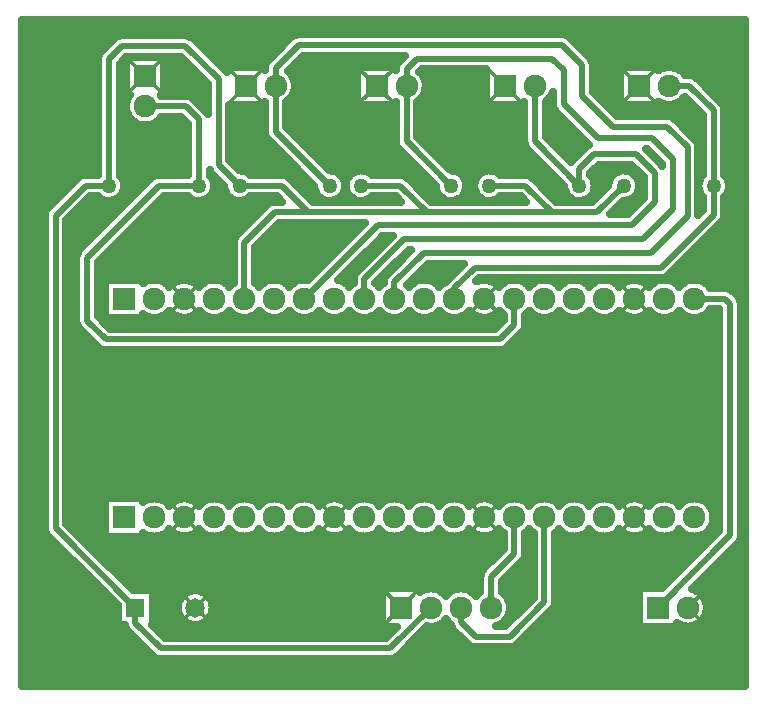
<source format=gbr>
G04 DipTrace 4.2.0.1*
G04 2 - Bottom.gbr*
%MOIN*%
G04 #@! TF.FileFunction,Copper,L2,Bot*
G04 #@! TF.Part,Single*
G04 #@! TA.AperFunction,Conductor*
%ADD13C,0.019685*%
G04 #@! TA.AperFunction,CopperBalancing*
%ADD14C,0.025*%
%ADD15C,0.012992*%
G04 #@! TA.AperFunction,ComponentPad*
%ADD16R,0.075591X0.075591*%
%ADD17C,0.075591*%
%ADD19R,0.064961X0.064961*%
%ADD20C,0.064961*%
%ADD21C,0.05*%
%ADD22C,0.05*%
%FSLAX26Y26*%
G04*
G70*
G90*
G75*
G01*
G04 Bottom*
%LPD*%
X1277789Y2433953D2*
D13*
Y2280625D1*
X1457374Y2101039D1*
X1277789Y2433953D2*
Y2493075D1*
X1355298Y2570584D1*
X2230687D1*
X2299203Y2502068D1*
Y2400214D1*
X2401810Y2297608D1*
X2582413D1*
X2650966Y2229055D1*
Y1999475D1*
X2528523Y1877032D1*
X1770669D1*
X1673197Y1779560D1*
Y1724434D1*
X1173197D2*
Y1911346D1*
X1274131Y2012281D1*
X1386801D1*
X1781256D1*
X2197978D1*
X2348448D1*
X2437206Y2101039D1*
X1157374D2*
X1298042D1*
X1386801Y2012281D1*
X1562291Y2101039D2*
X1692497D1*
X1781256Y2012281D1*
X1990270Y2101039D2*
X2109219D1*
X2197978Y2012281D1*
X809302Y694866D2*
Y643667D1*
X894349Y558619D1*
X1659302D1*
X1795549Y694866D1*
X721425Y2101039D2*
X644042D1*
X544042Y2001039D1*
Y960126D1*
X809302Y694866D1*
X721425Y2101039D2*
Y2521853D1*
X766161Y2566589D1*
X976853D1*
X1087970Y2455472D1*
Y2170444D1*
X1157374Y2101039D1*
X1714063Y2433953D2*
Y2249268D1*
X1862291Y2101039D1*
X1714063Y2433953D2*
Y2489327D1*
X1749175Y2524438D1*
X2199422D1*
X2238089Y2485771D1*
Y2372557D1*
X2350981Y2259666D1*
X2531584D1*
X2601988Y2189261D1*
Y2023963D1*
X2500973Y1922948D1*
X1706579D1*
X1573197Y1789566D1*
Y1724434D1*
X2142042Y2433953D2*
Y2249268D1*
X2290270Y2101039D1*
Y2156969D1*
X2339946Y2206644D1*
X2477468D1*
X2540767Y2143345D1*
Y2045391D1*
X2466275Y1970899D1*
X1619662D1*
X1373197Y1724434D1*
X2588978Y2433953D2*
X2655999D1*
X2737206Y2352745D1*
Y2101039D1*
Y2004615D1*
X2560645Y1828055D1*
X1941703D1*
X1873197Y1759548D1*
Y1724434D1*
X843150Y2365980D2*
X978238D1*
X1021425Y2322793D1*
Y2101039D1*
X889101D1*
X648477Y1860415D1*
Y1651183D1*
X710898Y1588761D1*
X2024278D1*
X2073197Y1637680D1*
Y1724434D1*
X2673197D2*
X2775205D1*
X2792356Y1707283D1*
Y935462D1*
X2551760Y694866D1*
X1895549D2*
Y646925D1*
X1944415Y598059D1*
X2057802D1*
X2173197Y713454D1*
Y995368D1*
X1995549Y694866D2*
Y797089D1*
X2073197Y874738D1*
Y995368D1*
X434694Y2628245D2*
D14*
X2838025D1*
X434694Y2603377D2*
X1338515D1*
X2247473D2*
X2838025D1*
X434694Y2578508D2*
X725003D1*
X1018009D2*
X1310130D1*
X2275840D2*
X2838025D1*
X434694Y2553639D2*
X700135D1*
X1042895D2*
X1285263D1*
X2300708D2*
X2838025D1*
X434694Y2528770D2*
X683826D1*
X909370D2*
X961587D1*
X1067763D2*
X1260395D1*
X1366570D2*
X1700425D1*
X2325593D2*
X2838025D1*
X434694Y2503902D2*
X683162D1*
X759697D2*
X776927D1*
X909370D2*
X986455D1*
X1092631D2*
X1241197D1*
X1341703D2*
X1678894D1*
X2337417D2*
X2838025D1*
X434694Y2479033D2*
X683162D1*
X759697D2*
X776927D1*
X909370D2*
X1011323D1*
X1325322D2*
X1547845D1*
X1761601D2*
X1975818D1*
X2337471D2*
X2422756D1*
X2636512D2*
X2838025D1*
X434694Y2454164D2*
X683162D1*
X759697D2*
X776927D1*
X909370D2*
X1036191D1*
X1340716D2*
X1547845D1*
X1776996D2*
X1975818D1*
X2337471D2*
X2422756D1*
X2688867D2*
X2838025D1*
X434694Y2429295D2*
X683162D1*
X759697D2*
X776927D1*
X909370D2*
X1049701D1*
X1343838D2*
X1547845D1*
X1780118D2*
X1975818D1*
X2337471D2*
X2422756D1*
X2713735D2*
X2838025D1*
X434694Y2404427D2*
X683162D1*
X759697D2*
X776927D1*
X909370D2*
X1049701D1*
X1336751D2*
X1547845D1*
X1773031D2*
X1975818D1*
X2348075D2*
X2422756D1*
X2738602D2*
X2838025D1*
X434694Y2379558D2*
X683162D1*
X759697D2*
X778399D1*
X1017740D2*
X1049701D1*
X1316063D2*
X1547845D1*
X1752325D2*
X1975818D1*
X2180316D2*
X2199825D1*
X2372942D2*
X2422756D1*
X2624670D2*
X2657313D1*
X2763470D2*
X2838025D1*
X434694Y2354689D2*
X683162D1*
X759697D2*
X777932D1*
X1126236D2*
X1239528D1*
X1316063D2*
X1675790D1*
X1752325D2*
X2103781D1*
X2180316D2*
X2204598D1*
X2397810D2*
X2682180D1*
X2775419D2*
X2838025D1*
X434694Y2329820D2*
X683162D1*
X759697D2*
X788177D1*
X898120D2*
X961318D1*
X1126236D2*
X1239528D1*
X1316063D2*
X1675790D1*
X1752325D2*
X2103781D1*
X2180316D2*
X2227743D1*
X2600466D2*
X2698938D1*
X2775473D2*
X2838025D1*
X434694Y2304951D2*
X683162D1*
X759697D2*
X822321D1*
X863977D2*
X983154D1*
X1126236D2*
X1239528D1*
X1316063D2*
X1675790D1*
X1752325D2*
X2103781D1*
X2180316D2*
X2252611D1*
X2628151D2*
X2698938D1*
X2775473D2*
X2838025D1*
X434694Y2280083D2*
X683162D1*
X759697D2*
X983154D1*
X1126236D2*
X1239528D1*
X1331422D2*
X1675790D1*
X1752325D2*
X2103781D1*
X2180316D2*
X2277478D1*
X2653019D2*
X2698938D1*
X2775473D2*
X2838025D1*
X434694Y2255214D2*
X683162D1*
X759697D2*
X983154D1*
X1126236D2*
X1250114D1*
X1356290D2*
X1675790D1*
X1761207D2*
X2103781D1*
X2189180D2*
X2302346D1*
X2677886D2*
X2698938D1*
X2775473D2*
X2838025D1*
X434694Y2230345D2*
X683162D1*
X759697D2*
X983154D1*
X1126236D2*
X1274982D1*
X1381157D2*
X1681209D1*
X1786075D2*
X2109182D1*
X2214047D2*
X2310564D1*
X2689208D2*
X2698938D1*
X2775473D2*
X2838025D1*
X434694Y2205476D2*
X683162D1*
X759697D2*
X983154D1*
X1126236D2*
X1299850D1*
X1406025D2*
X1704767D1*
X1810942D2*
X2132757D1*
X2238915D2*
X2285696D1*
X2689226D2*
X2698938D1*
X2775473D2*
X2838025D1*
X434694Y2180608D2*
X683162D1*
X759697D2*
X983154D1*
X1130883D2*
X1324717D1*
X1430893D2*
X1729635D1*
X1835810D2*
X2157625D1*
X2689226D2*
X2698938D1*
X2775473D2*
X2838025D1*
X434694Y2155739D2*
X683162D1*
X759697D2*
X983154D1*
X1155751D2*
X1349585D1*
X1455761D2*
X1754502D1*
X1860678D2*
X2182493D1*
X2342118D2*
X2475290D1*
X2689226D2*
X2698938D1*
X2775473D2*
X2838025D1*
X434694Y2130870D2*
X621800D1*
X765205D2*
X866871D1*
X1065197D2*
X1074461D1*
X1320280D2*
X1374453D1*
X1501154D2*
X1518510D1*
X1714737D2*
X1779370D1*
X1906071D2*
X1946501D1*
X2131460D2*
X2207361D1*
X2334044D2*
X2393438D1*
X2480972D2*
X2500158D1*
X2780982D2*
X2838025D1*
X434694Y2106001D2*
X595927D1*
X774607D2*
X840981D1*
X1074617D2*
X1099329D1*
X1346170D2*
X1399321D1*
X1740627D2*
X1804238D1*
X1915473D2*
X1937081D1*
X2157332D2*
X2232228D1*
X2343446D2*
X2384019D1*
X2490391D2*
X2502508D1*
X2790383D2*
X2838025D1*
X434694Y2081133D2*
X571060D1*
X770803D2*
X816113D1*
X1070795D2*
X1107995D1*
X1371038D2*
X1408005D1*
X1765495D2*
X1812922D1*
X1911669D2*
X1940903D1*
X2182218D2*
X2240894D1*
X2339642D2*
X2364210D1*
X2486588D2*
X2502508D1*
X2786579D2*
X2838025D1*
X434694Y2056264D2*
X546192D1*
X652350D2*
X694663D1*
X748178D2*
X791245D1*
X897403D2*
X994673D1*
X1048188D2*
X1130620D1*
X1184135D2*
X1289730D1*
X1395906D2*
X1430612D1*
X1484127D2*
X1535537D1*
X1589052D2*
X1684187D1*
X1790363D2*
X1835529D1*
X1889044D2*
X1963510D1*
X2017025D2*
X2100910D1*
X2207086D2*
X2263519D1*
X2317035D2*
X2339343D1*
X2463963D2*
X2498561D1*
X2689226D2*
X2698938D1*
X2775473D2*
X2838025D1*
X434694Y2031395D2*
X521306D1*
X627482D2*
X766377D1*
X872535D2*
X1240156D1*
X2420650D2*
X2473693D1*
X2689226D2*
X2698938D1*
X2775473D2*
X2838025D1*
X434694Y2006526D2*
X506199D1*
X602614D2*
X741510D1*
X847667D2*
X1215289D1*
X2775473D2*
X2838025D1*
X434694Y1981658D2*
X505768D1*
X582304D2*
X716642D1*
X822799D2*
X1190421D1*
X2767130D2*
X2838025D1*
X434694Y1956789D2*
X505768D1*
X582304D2*
X691774D1*
X797932D2*
X1165553D1*
X1271729D2*
X1552474D1*
X2742460D2*
X2838025D1*
X434694Y1931920D2*
X505768D1*
X582304D2*
X666906D1*
X773064D2*
X1141439D1*
X1246861D2*
X1527607D1*
X1633764D2*
X1662459D1*
X2717592D2*
X2838025D1*
X434694Y1907051D2*
X505768D1*
X582304D2*
X642021D1*
X748196D2*
X1134926D1*
X1221993D2*
X1502739D1*
X1608896D2*
X1637592D1*
X2692724D2*
X2838025D1*
X434694Y1882182D2*
X505768D1*
X582304D2*
X617602D1*
X723328D2*
X1134926D1*
X1211461D2*
X1477853D1*
X1584029D2*
X1612724D1*
X2667857D2*
X2838025D1*
X434694Y1857314D2*
X505768D1*
X582304D2*
X610209D1*
X698461D2*
X1134926D1*
X1211461D2*
X1452985D1*
X1559161D2*
X1587856D1*
X2642989D2*
X2838025D1*
X434694Y1832445D2*
X505768D1*
X582304D2*
X610209D1*
X686745D2*
X1134926D1*
X1211461D2*
X1428118D1*
X1534293D2*
X1562988D1*
X1779167D2*
X1893015D1*
X2618121D2*
X2838025D1*
X434694Y1807576D2*
X505768D1*
X582304D2*
X610209D1*
X686745D2*
X1134926D1*
X1211461D2*
X1403250D1*
X1509425D2*
X1539789D1*
X1754299D2*
X1868147D1*
X2593253D2*
X2838025D1*
X434694Y1782707D2*
X505768D1*
X582304D2*
X610209D1*
X686745D2*
X706971D1*
X901475D2*
X944919D1*
X1001467D2*
X1044910D1*
X1101476D2*
X1134926D1*
X1211461D2*
X1244911D1*
X1301477D2*
X1344920D1*
X1501477D2*
X1534927D1*
X1619428D2*
X1635062D1*
X1729431D2*
X1744921D1*
X1801469D2*
X1843441D1*
X2001469D2*
X2044913D1*
X2101479D2*
X2144922D1*
X2201470D2*
X2244913D1*
X2301479D2*
X2344923D1*
X2401470D2*
X2444914D1*
X2501480D2*
X2544923D1*
X2601471D2*
X2644915D1*
X2701480D2*
X2838025D1*
X434694Y1757839D2*
X505768D1*
X582304D2*
X610209D1*
X686745D2*
X706971D1*
X2790491D2*
X2838025D1*
X434694Y1732970D2*
X505768D1*
X582304D2*
X610209D1*
X686745D2*
X706971D1*
X2819754D2*
X2838025D1*
X434694Y1708101D2*
X505768D1*
X582304D2*
X610209D1*
X686745D2*
X706971D1*
X434694Y1683232D2*
X505768D1*
X582304D2*
X610209D1*
X686745D2*
X706971D1*
X2724302D2*
X2754092D1*
X434694Y1658364D2*
X505768D1*
X582304D2*
X610209D1*
X694388D2*
X2034937D1*
X2111472D2*
X2754092D1*
X434694Y1633495D2*
X505768D1*
X582304D2*
X614892D1*
X719256D2*
X2015937D1*
X2111221D2*
X2754092D1*
X434694Y1608626D2*
X505768D1*
X582304D2*
X637948D1*
X2097226D2*
X2754092D1*
X434694Y1583757D2*
X505768D1*
X582304D2*
X662816D1*
X2072359D2*
X2754092D1*
X434694Y1558888D2*
X505768D1*
X582304D2*
X688724D1*
X2046450D2*
X2754092D1*
X434694Y1534020D2*
X505768D1*
X582304D2*
X2754092D1*
X434694Y1509151D2*
X505768D1*
X582304D2*
X2754092D1*
X434694Y1484282D2*
X505768D1*
X582304D2*
X2754092D1*
X434694Y1459413D2*
X505768D1*
X582304D2*
X2754092D1*
X434694Y1434545D2*
X505768D1*
X582304D2*
X2754092D1*
X434694Y1409676D2*
X505768D1*
X582304D2*
X2754092D1*
X434694Y1384807D2*
X505768D1*
X582304D2*
X2754092D1*
X434694Y1359938D2*
X505768D1*
X582304D2*
X2754092D1*
X434694Y1335070D2*
X505768D1*
X582304D2*
X2754092D1*
X434694Y1310201D2*
X505768D1*
X582304D2*
X2754092D1*
X434694Y1285332D2*
X505768D1*
X582304D2*
X2754092D1*
X434694Y1260463D2*
X505768D1*
X582304D2*
X2754092D1*
X434694Y1235595D2*
X505768D1*
X582304D2*
X2754092D1*
X434694Y1210726D2*
X505768D1*
X582304D2*
X2754092D1*
X434694Y1185857D2*
X505768D1*
X582304D2*
X2754092D1*
X434694Y1160988D2*
X505768D1*
X582304D2*
X2754092D1*
X434694Y1136119D2*
X505768D1*
X582304D2*
X2754092D1*
X434694Y1111251D2*
X505768D1*
X582304D2*
X2754092D1*
X434694Y1086382D2*
X505768D1*
X582304D2*
X2754092D1*
X434694Y1061513D2*
X505768D1*
X582304D2*
X2754092D1*
X434694Y1036644D2*
X505768D1*
X582304D2*
X706971D1*
X2724249D2*
X2754092D1*
X434694Y1011776D2*
X505768D1*
X582304D2*
X706971D1*
X2737275D2*
X2754092D1*
X434694Y986907D2*
X505768D1*
X582304D2*
X706971D1*
X2738853D2*
X2754092D1*
X434694Y962038D2*
X505768D1*
X595222D2*
X706971D1*
X2730008D2*
X2754092D1*
X434694Y937169D2*
X514112D1*
X620090D2*
X706971D1*
X901637D2*
X944758D1*
X1001646D2*
X1044749D1*
X1101637D2*
X1144758D1*
X1201647D2*
X1244749D1*
X1301638D2*
X1344759D1*
X1401647D2*
X1444750D1*
X1501638D2*
X1544759D1*
X1601648D2*
X1644750D1*
X1701639D2*
X1744760D1*
X1801648D2*
X1844751D1*
X1901640D2*
X1944742D1*
X2001649D2*
X2034937D1*
X2111472D2*
X2134928D1*
X2211464D2*
X2244752D1*
X2301641D2*
X2344743D1*
X2401650D2*
X2444753D1*
X2501641D2*
X2544744D1*
X2601650D2*
X2644753D1*
X2701642D2*
X2740976D1*
X434694Y912301D2*
X538782D1*
X644957D2*
X2034937D1*
X2111472D2*
X2134928D1*
X2211464D2*
X2716109D1*
X2822105D2*
X2838025D1*
X434694Y887432D2*
X563650D1*
X669825D2*
X2032802D1*
X2111472D2*
X2134928D1*
X2211464D2*
X2691241D1*
X2797416D2*
X2838025D1*
X434694Y862563D2*
X588517D1*
X694693D2*
X2007934D1*
X2109337D2*
X2134928D1*
X2211464D2*
X2666373D1*
X2772549D2*
X2838025D1*
X434694Y837694D2*
X613385D1*
X719561D2*
X1983067D1*
X2089242D2*
X2134928D1*
X2211464D2*
X2641506D1*
X2747663D2*
X2838025D1*
X434694Y812825D2*
X638253D1*
X744428D2*
X1960926D1*
X2064374D2*
X2134928D1*
X2211464D2*
X2616638D1*
X2722795D2*
X2838025D1*
X434694Y787957D2*
X663121D1*
X769296D2*
X1957284D1*
X2039507D2*
X2134928D1*
X2211464D2*
X2591770D1*
X2697928D2*
X2838025D1*
X434694Y763088D2*
X687988D1*
X794164D2*
X1957284D1*
X2033819D2*
X2134928D1*
X2211464D2*
X2566902D1*
X2673060D2*
X2838025D1*
X434694Y738219D2*
X712874D1*
X870202D2*
X967670D1*
X1050933D2*
X1629320D1*
X2044746D2*
X2134928D1*
X2211464D2*
X2485535D1*
X2700960D2*
X2838025D1*
X434694Y713350D2*
X737742D1*
X870202D2*
X951396D1*
X1067207D2*
X1629320D1*
X2059028D2*
X2120019D1*
X2211464D2*
X2485535D1*
X2715242D2*
X2838025D1*
X434694Y688482D2*
X748399D1*
X870202D2*
X948741D1*
X1069862D2*
X1629320D1*
X2061450D2*
X2095133D1*
X2201308D2*
X2485535D1*
X2717664D2*
X2838025D1*
X434694Y663613D2*
X748399D1*
X870202D2*
X957461D1*
X1061142D2*
X1629320D1*
X2053573D2*
X2070265D1*
X2176441D2*
X2485535D1*
X2709787D2*
X2838025D1*
X434694Y638744D2*
X748399D1*
X870202D2*
X990636D1*
X1027967D2*
X1629320D1*
X1828220D2*
X1858226D1*
X2028221D2*
X2045397D1*
X2151573D2*
X2485535D1*
X2684435D2*
X2838025D1*
X434694Y613875D2*
X786006D1*
X892181D2*
X1661473D1*
X1767648D2*
X1875522D1*
X2126705D2*
X2838025D1*
X434694Y589007D2*
X810874D1*
X1742780D2*
X1900389D1*
X2101837D2*
X2838025D1*
X434694Y564138D2*
X835741D1*
X1717895D2*
X1930568D1*
X2071641D2*
X2838025D1*
X434694Y539269D2*
X860609D1*
X1693027D2*
X2838025D1*
X434694Y514400D2*
X2838025D1*
X434694Y489532D2*
X2838025D1*
X434694Y464663D2*
X2838025D1*
X434694Y439794D2*
X2838025D1*
X2123103Y955981D2*
X2121296Y953574D1*
X2114859Y947155D1*
X2108961Y942752D1*
X2108965Y874738D1*
X2107791Y865652D1*
X2104349Y857162D1*
X2098855Y849820D1*
X2031317Y782274D1*
X2031316Y747600D1*
X2037342Y742966D1*
X2043762Y736528D1*
X2049201Y729243D1*
X2053547Y721257D1*
X2056712Y712735D1*
X2058633Y703848D1*
X2059269Y694866D1*
X2058608Y685712D1*
X2056663Y676830D1*
X2053475Y668317D1*
X2049106Y660343D1*
X2043648Y653072D1*
X2037211Y646652D1*
X2029925Y641214D1*
X2021940Y636868D1*
X2013758Y633829D1*
X2042991Y633827D1*
X2137429Y728270D1*
Y942638D1*
X2131403Y947269D1*
X2124983Y953706D1*
X2123289Y955976D1*
X1386861Y1976513D2*
X1574694Y1976514D1*
X1385083Y1786895D1*
X1382351Y1787493D1*
X1373284Y1788154D1*
X1364215Y1787518D1*
X1355328Y1785598D1*
X1346806Y1782432D1*
X1338820Y1778086D1*
X1331535Y1772648D1*
X1325097Y1766228D1*
X1323105Y1763826D1*
X1321411Y1766096D1*
X1314991Y1772534D1*
X1307720Y1777992D1*
X1299746Y1782360D1*
X1291233Y1785549D1*
X1282351Y1787493D1*
X1273284Y1788154D1*
X1264215Y1787518D1*
X1255328Y1785598D1*
X1246806Y1782432D1*
X1238820Y1778086D1*
X1231535Y1772648D1*
X1225097Y1766228D1*
X1223105Y1763826D1*
X1221411Y1766096D1*
X1214991Y1772534D1*
X1208963Y1777059D1*
X1208968Y1896534D1*
X1288948Y1976513D1*
X1386736D1*
X1486037Y1786686D2*
X1491233Y1785549D1*
X1499746Y1782360D1*
X1507720Y1777992D1*
X1514991Y1772534D1*
X1521411Y1766096D1*
X1523105Y1763826D1*
X1525097Y1766228D1*
X1531535Y1772648D1*
X1537433Y1777050D1*
X1537429Y1789566D1*
X1538602Y1798651D1*
X1542045Y1807141D1*
X1547538Y1814483D1*
X1668183Y1935135D1*
X1634473Y1935131D1*
X1486167Y1786821D1*
X1610283Y1776068D2*
X1614991Y1772534D1*
X1621411Y1766096D1*
X1623105Y1763826D1*
X1625097Y1766228D1*
X1631535Y1772648D1*
X1637433Y1777050D1*
X1637429Y1779560D1*
X1638602Y1788646D1*
X1642045Y1797135D1*
X1647538Y1804478D1*
X1730240Y1887186D1*
X1721401Y1887180D1*
X1610388Y1776174D1*
X1715875Y1771647D2*
X1721411Y1766096D1*
X1723105Y1763826D1*
X1725097Y1766228D1*
X1731535Y1772648D1*
X1738820Y1778086D1*
X1746806Y1782432D1*
X1755328Y1785598D1*
X1764215Y1787518D1*
X1773284Y1788154D1*
X1782351Y1787493D1*
X1791233Y1785549D1*
X1799746Y1782360D1*
X1807720Y1777992D1*
X1814991Y1772534D1*
X1821411Y1766096D1*
X1823105Y1763826D1*
X1825097Y1766228D1*
X1831535Y1772648D1*
X1838820Y1778086D1*
X1844864Y1781375D1*
X1847538Y1784466D1*
X1904330Y1841265D1*
X1785476Y1841264D1*
X1715922Y1771702D1*
X1305564Y2136006D2*
X1314208Y2132946D1*
X1321782Y2127793D1*
X1323334Y2126331D1*
X1401624Y2048049D1*
X1694905D1*
X1677683Y2065271D1*
X1598271Y2065266D1*
X1594008Y2061197D1*
X1586384Y2056174D1*
X1577986Y2052593D1*
X1569083Y2050569D1*
X1559962Y2050167D1*
X1550916Y2051401D1*
X1542236Y2054230D1*
X1534200Y2058563D1*
X1527067Y2064262D1*
X1521066Y2071142D1*
X1516390Y2078984D1*
X1513190Y2087534D1*
X1511567Y2096519D1*
X1511575Y2105648D1*
X1513213Y2114630D1*
X1516429Y2123175D1*
X1521118Y2131008D1*
X1527131Y2137878D1*
X1534274Y2143565D1*
X1542317Y2147884D1*
X1551003Y2150698D1*
X1560051Y2151915D1*
X1569171Y2151498D1*
X1578070Y2149458D1*
X1586462Y2145863D1*
X1594077Y2140827D1*
X1598269Y2136812D1*
X1692476Y2136807D1*
X1700028Y2136005D1*
X1708663Y2132946D1*
X1716238Y2127793D1*
X1717789Y2126331D1*
X1796066Y2048049D1*
X2111631D1*
X2094405Y2065271D1*
X2026250Y2065266D1*
X2021987Y2061197D1*
X2014363Y2056174D1*
X2005965Y2052593D1*
X1997062Y2050569D1*
X1987941Y2050167D1*
X1978895Y2051401D1*
X1970215Y2054230D1*
X1962179Y2058563D1*
X1955046Y2064262D1*
X1949045Y2071142D1*
X1944369Y2078984D1*
X1941169Y2087534D1*
X1939546Y2096519D1*
X1939554Y2105648D1*
X1941192Y2114630D1*
X1944408Y2123175D1*
X1949097Y2131008D1*
X1955110Y2137878D1*
X1962253Y2143565D1*
X1970296Y2147884D1*
X1978982Y2150698D1*
X1988030Y2151915D1*
X1997150Y2151498D1*
X2006049Y2149458D1*
X2014441Y2145863D1*
X2022056Y2140827D1*
X2026248Y2136812D1*
X2109197Y2136807D1*
X2116750Y2136005D1*
X2125385Y2132946D1*
X2132959Y2127793D1*
X2134511Y2126331D1*
X2212792Y2048049D1*
X2333632D1*
X2386486Y2100896D1*
X2386490Y2105648D1*
X2388128Y2114630D1*
X2391343Y2123175D1*
X2396033Y2131008D1*
X2402046Y2137878D1*
X2409188Y2143565D1*
X2417232Y2147884D1*
X2425917Y2150698D1*
X2434966Y2151915D1*
X2444086Y2151498D1*
X2452985Y2149458D1*
X2461377Y2145863D1*
X2468992Y2140827D1*
X2475585Y2134512D1*
X2480945Y2127121D1*
X2484900Y2118892D1*
X2487321Y2110089D1*
X2488131Y2101039D1*
X2487305Y2091903D1*
X2484868Y2083104D1*
X2480900Y2074882D1*
X2475527Y2067500D1*
X2468923Y2061197D1*
X2461299Y2056174D1*
X2452901Y2052593D1*
X2443998Y2050569D1*
X2437006Y2050261D1*
X2393414Y2006664D1*
X2451464Y2006667D1*
X2504999Y2060206D1*
Y2128525D1*
X2462654Y2170875D1*
X2354770Y2170877D1*
X2326036Y2142151D1*
X2326042Y2137009D1*
X2328650Y2134512D1*
X2334010Y2127121D1*
X2337964Y2118892D1*
X2340385Y2110089D1*
X2341196Y2101039D1*
X2340369Y2091903D1*
X2337933Y2083104D1*
X2333964Y2074882D1*
X2328592Y2067500D1*
X2321987Y2061197D1*
X2314363Y2056174D1*
X2305965Y2052593D1*
X2297062Y2050569D1*
X2287941Y2050167D1*
X2278895Y2051401D1*
X2270215Y2054230D1*
X2262179Y2058563D1*
X2255046Y2064262D1*
X2249045Y2071142D1*
X2244369Y2078984D1*
X2241169Y2087534D1*
X2239546Y2096519D1*
X2239550Y2101182D1*
X2116750Y2223976D1*
X2111155Y2231230D1*
X2107587Y2239668D1*
X2106279Y2248744D1*
X2106275Y2381329D1*
X2105762Y2381714D1*
X2105763Y2370232D1*
X1978322D1*
Y2488671D1*
X1763996Y2488670D1*
X1756624Y2481311D1*
X1762504Y2475351D1*
X1767902Y2468036D1*
X1772205Y2460026D1*
X1775324Y2451487D1*
X1777195Y2442590D1*
X1777783Y2433953D1*
X1777122Y2424798D1*
X1775178Y2415917D1*
X1771989Y2407403D1*
X1767621Y2399430D1*
X1762163Y2392159D1*
X1755725Y2385739D1*
X1749827Y2381336D1*
X1749831Y2264092D1*
X1855958Y2157956D1*
X1861953Y2151961D1*
X1869171Y2151498D1*
X1878070Y2149458D1*
X1886462Y2145863D1*
X1894077Y2140827D1*
X1900671Y2134512D1*
X1906031Y2127121D1*
X1909985Y2118892D1*
X1912406Y2110089D1*
X1913217Y2101039D1*
X1912390Y2091903D1*
X1909954Y2083104D1*
X1905985Y2074882D1*
X1900613Y2067500D1*
X1894008Y2061197D1*
X1886384Y2056174D1*
X1877986Y2052593D1*
X1869083Y2050569D1*
X1859962Y2050167D1*
X1850916Y2051401D1*
X1842236Y2054230D1*
X1834200Y2058563D1*
X1827067Y2064262D1*
X1821066Y2071142D1*
X1816390Y2078984D1*
X1813190Y2087534D1*
X1811567Y2096519D1*
X1811571Y2101182D1*
X1688771Y2223976D1*
X1683176Y2231230D1*
X1679608Y2239668D1*
X1678300Y2248744D1*
X1678296Y2381329D1*
X1677783Y2381714D1*
Y2370232D1*
X1550343D1*
Y2497673D1*
X1677783D1*
Y2486337D1*
X1678031Y2486369D1*
X1678294Y2486566D1*
X1678295Y2489305D1*
X1679097Y2496858D1*
X1682157Y2505493D1*
X1687310Y2513067D1*
X1688771Y2514618D1*
X1708972Y2534816D1*
X1370115Y2534818D1*
X1318312Y2483007D1*
X1319583Y2482052D1*
X1326002Y2475615D1*
X1331441Y2468329D1*
X1335787Y2460344D1*
X1338953Y2451821D1*
X1340873Y2442935D1*
X1341509Y2433953D1*
X1340848Y2424798D1*
X1338903Y2415917D1*
X1335715Y2407403D1*
X1331347Y2399430D1*
X1325888Y2392159D1*
X1319451Y2385739D1*
X1313553Y2381336D1*
X1313557Y2295435D1*
X1457037Y2151959D1*
X1464254Y2151498D1*
X1473153Y2149458D1*
X1481545Y2145863D1*
X1489160Y2140827D1*
X1495753Y2134512D1*
X1501113Y2127121D1*
X1505068Y2118892D1*
X1507489Y2110089D1*
X1508299Y2101039D1*
X1507473Y2091903D1*
X1505036Y2083104D1*
X1501068Y2074882D1*
X1495695Y2067500D1*
X1489091Y2061197D1*
X1481467Y2056174D1*
X1473069Y2052593D1*
X1464166Y2050569D1*
X1455045Y2050167D1*
X1445999Y2051401D1*
X1437318Y2054230D1*
X1429283Y2058563D1*
X1422150Y2064262D1*
X1416149Y2071142D1*
X1411473Y2078984D1*
X1408272Y2087534D1*
X1406650Y2096519D1*
X1406654Y2101182D1*
X1252497Y2255333D1*
X1246902Y2262587D1*
X1243333Y2271025D1*
X1242026Y2280101D1*
X1242021Y2381213D1*
X1241509Y2381714D1*
Y2370232D1*
X1123740D1*
X1123738Y2185266D1*
X1157036Y2151960D1*
X1164254Y2151498D1*
X1173153Y2149458D1*
X1181545Y2145863D1*
X1189160Y2140827D1*
X1193352Y2136812D1*
X1298020Y2136807D1*
X1305564Y2136006D1*
X2701437Y2064886D2*
X2695981Y2071142D1*
X2691305Y2078984D1*
X2690539Y2080654D1*
X2689834Y2082350D1*
X2689191Y2084071D1*
X2688610Y2085814D1*
X2688093Y2087577D1*
X2687639Y2089357D1*
X2687250Y2091153D1*
X2686926Y2092961D1*
X2686733Y2094313D1*
Y2004731D1*
X2701433Y2019425D1*
X2701438Y2064792D1*
X1057197Y2137009D2*
X1059805Y2134512D1*
X1065165Y2127121D1*
X1069119Y2118892D1*
X1071540Y2110089D1*
X1072350Y2101039D1*
X1071524Y2091903D1*
X1069088Y2083104D1*
X1065119Y2074882D1*
X1059746Y2067500D1*
X1053142Y2061197D1*
X1045518Y2056174D1*
X1037120Y2052593D1*
X1028217Y2050569D1*
X1019096Y2050167D1*
X1010050Y2051401D1*
X1001370Y2054230D1*
X993334Y2058563D1*
X986201Y2064262D1*
X985316Y2065276D1*
X903917Y2065272D1*
X684243Y1845598D1*
X684244Y1666005D1*
X725715Y1624527D1*
X2009454Y1624529D1*
X2037434Y1652500D1*
X2037431Y1671809D1*
X2031403Y1676334D1*
X2024983Y1682772D1*
X2023289Y1685041D1*
X2021122Y1682440D1*
X2019053Y1680190D1*
X2016879Y1678042D1*
X2014605Y1676001D1*
X2012235Y1674072D1*
X2009775Y1672258D1*
X2007232Y1670564D1*
X2004610Y1668995D1*
X2001916Y1667552D1*
X1999155Y1666241D1*
X1996336Y1665063D1*
X1993462Y1664022D1*
X1990543Y1663120D1*
X1987583Y1662359D1*
X1984590Y1661740D1*
X1981571Y1661266D1*
X1978533Y1660937D1*
X1975483Y1660754D1*
X1972427Y1660718D1*
X1969373Y1660828D1*
X1966328Y1661085D1*
X1963298Y1661487D1*
X1960292Y1662034D1*
X1957315Y1662724D1*
X1954375Y1663557D1*
X1951477Y1664529D1*
X1948630Y1665639D1*
X1945840Y1666885D1*
X1943112Y1668263D1*
X1940453Y1669770D1*
X1937870Y1671403D1*
X1935368Y1673157D1*
X1932953Y1675030D1*
X1930631Y1677016D1*
X1928406Y1679112D1*
X1926285Y1681311D1*
X1924271Y1683610D1*
X1923208Y1684949D1*
X1923103Y1685047D1*
X1921296Y1682640D1*
X1914859Y1676220D1*
X1907573Y1670782D1*
X1899588Y1666436D1*
X1891065Y1663270D1*
X1882179Y1661350D1*
X1873110Y1660713D1*
X1864042Y1661374D1*
X1855161Y1663319D1*
X1846647Y1666508D1*
X1838674Y1670876D1*
X1831403Y1676334D1*
X1824983Y1682772D1*
X1823289Y1685041D1*
X1823103Y1685047D1*
X1821296Y1682640D1*
X1814859Y1676220D1*
X1807573Y1670782D1*
X1799588Y1666436D1*
X1791065Y1663270D1*
X1782179Y1661350D1*
X1773110Y1660713D1*
X1764042Y1661374D1*
X1755161Y1663319D1*
X1746647Y1666508D1*
X1738674Y1670876D1*
X1731403Y1676334D1*
X1724983Y1682772D1*
X1723289Y1685041D1*
X1723103Y1685047D1*
X1721296Y1682640D1*
X1714859Y1676220D1*
X1707573Y1670782D1*
X1699588Y1666436D1*
X1691065Y1663270D1*
X1682179Y1661350D1*
X1673110Y1660713D1*
X1664042Y1661374D1*
X1655161Y1663319D1*
X1646647Y1666508D1*
X1638674Y1670876D1*
X1631403Y1676334D1*
X1624983Y1682772D1*
X1623289Y1685041D1*
X1623103Y1685047D1*
X1621296Y1682640D1*
X1614859Y1676220D1*
X1607573Y1670782D1*
X1599588Y1666436D1*
X1591065Y1663270D1*
X1582179Y1661350D1*
X1573110Y1660713D1*
X1564042Y1661374D1*
X1555161Y1663319D1*
X1546647Y1666508D1*
X1538674Y1670876D1*
X1531403Y1676334D1*
X1524983Y1682772D1*
X1523289Y1685041D1*
X1523103Y1685047D1*
X1521296Y1682640D1*
X1514859Y1676220D1*
X1507573Y1670782D1*
X1499588Y1666436D1*
X1491065Y1663270D1*
X1482179Y1661350D1*
X1473110Y1660713D1*
X1464042Y1661374D1*
X1455161Y1663319D1*
X1446647Y1666508D1*
X1438674Y1670876D1*
X1431403Y1676334D1*
X1424983Y1682772D1*
X1423289Y1685041D1*
X1423103Y1685047D1*
X1421296Y1682640D1*
X1414859Y1676220D1*
X1407573Y1670782D1*
X1399588Y1666436D1*
X1391065Y1663270D1*
X1382179Y1661350D1*
X1373110Y1660713D1*
X1364042Y1661374D1*
X1355161Y1663319D1*
X1346647Y1666508D1*
X1338674Y1670876D1*
X1331403Y1676334D1*
X1324983Y1682772D1*
X1323289Y1685041D1*
X1323103Y1685047D1*
X1321296Y1682640D1*
X1314859Y1676220D1*
X1307573Y1670782D1*
X1299588Y1666436D1*
X1291065Y1663270D1*
X1282179Y1661350D1*
X1273110Y1660713D1*
X1264042Y1661374D1*
X1255161Y1663319D1*
X1246647Y1666508D1*
X1238674Y1670876D1*
X1231403Y1676334D1*
X1224983Y1682772D1*
X1223289Y1685041D1*
X1223103Y1685047D1*
X1221296Y1682640D1*
X1214859Y1676220D1*
X1207573Y1670782D1*
X1199588Y1666436D1*
X1191065Y1663270D1*
X1182179Y1661350D1*
X1173110Y1660713D1*
X1164042Y1661374D1*
X1155161Y1663319D1*
X1146647Y1666508D1*
X1138674Y1670876D1*
X1131403Y1676334D1*
X1124983Y1682772D1*
X1123289Y1685041D1*
X1123103Y1685047D1*
X1121296Y1682640D1*
X1114859Y1676220D1*
X1107573Y1670782D1*
X1099588Y1666436D1*
X1091065Y1663270D1*
X1082179Y1661350D1*
X1073110Y1660713D1*
X1064042Y1661374D1*
X1055161Y1663319D1*
X1046647Y1666508D1*
X1038674Y1670876D1*
X1031403Y1676334D1*
X1024983Y1682772D1*
X1023289Y1685041D1*
X1021122Y1682440D1*
X1019053Y1680190D1*
X1016879Y1678042D1*
X1014605Y1676001D1*
X1012235Y1674072D1*
X1009775Y1672258D1*
X1007232Y1670564D1*
X1004610Y1668995D1*
X1001916Y1667552D1*
X999155Y1666241D1*
X996336Y1665063D1*
X993462Y1664022D1*
X990543Y1663120D1*
X987583Y1662359D1*
X984590Y1661740D1*
X981571Y1661266D1*
X978533Y1660937D1*
X975483Y1660754D1*
X972427Y1660718D1*
X969373Y1660828D1*
X966328Y1661085D1*
X963298Y1661487D1*
X960292Y1662034D1*
X957315Y1662724D1*
X954375Y1663557D1*
X951477Y1664529D1*
X948630Y1665639D1*
X945840Y1666885D1*
X943112Y1668263D1*
X940453Y1669770D1*
X937870Y1671403D1*
X935368Y1673157D1*
X932953Y1675030D1*
X930631Y1677016D1*
X928406Y1679112D1*
X926285Y1681311D1*
X924271Y1683610D1*
X923208Y1684949D1*
X923103Y1685047D1*
X921296Y1682640D1*
X914859Y1676220D1*
X907573Y1670782D1*
X899588Y1666436D1*
X891065Y1663270D1*
X882179Y1661350D1*
X873110Y1660713D1*
X864042Y1661374D1*
X855161Y1663319D1*
X846647Y1666508D1*
X838674Y1670876D1*
X836920Y1672193D1*
X836917Y1660713D1*
X709476D1*
Y1788154D1*
X836917D1*
Y1776824D1*
X838820Y1778086D1*
X846806Y1782432D1*
X855328Y1785598D1*
X864215Y1787518D1*
X873284Y1788154D1*
X882351Y1787493D1*
X891233Y1785549D1*
X899746Y1782360D1*
X907720Y1777992D1*
X914991Y1772534D1*
X921411Y1766096D1*
X923105Y1763826D1*
X924279Y1765267D1*
X926293Y1767565D1*
X928415Y1769765D1*
X930640Y1771859D1*
X932962Y1773845D1*
X935378Y1775718D1*
X937880Y1777472D1*
X940464Y1779104D1*
X943122Y1780611D1*
X945850Y1781988D1*
X948641Y1783233D1*
X951488Y1784343D1*
X954386Y1785314D1*
X957326Y1786146D1*
X960303Y1786836D1*
X963310Y1787383D1*
X966339Y1787784D1*
X969385Y1788040D1*
X972439Y1788150D1*
X975494Y1788113D1*
X978545Y1787930D1*
X981583Y1787600D1*
X984602Y1787125D1*
X987594Y1786506D1*
X990554Y1785745D1*
X993474Y1784842D1*
X996346Y1783800D1*
X999166Y1782622D1*
X1001926Y1781310D1*
X1004620Y1779867D1*
X1007242Y1778297D1*
X1009785Y1776603D1*
X1012244Y1774789D1*
X1014613Y1772859D1*
X1016888Y1770817D1*
X1019061Y1768669D1*
X1021129Y1766419D1*
X1023193Y1763933D1*
X1025097Y1766228D1*
X1031535Y1772648D1*
X1038820Y1778086D1*
X1046806Y1782432D1*
X1055328Y1785598D1*
X1064215Y1787518D1*
X1073284Y1788154D1*
X1082351Y1787493D1*
X1091233Y1785549D1*
X1099746Y1782360D1*
X1107720Y1777992D1*
X1114991Y1772534D1*
X1121411Y1766096D1*
X1123105Y1763826D1*
X1125097Y1766228D1*
X1131535Y1772648D1*
X1137433Y1777050D1*
X1137429Y1911326D1*
X1138231Y1918877D1*
X1141291Y1927512D1*
X1146444Y1935087D1*
X1147905Y1936638D1*
X1248822Y2037554D1*
X1254732Y2042331D1*
X1263001Y2046273D1*
X1272001Y2047985D1*
X1274131Y2048049D1*
X1300449D1*
X1283227Y2065271D1*
X1193354Y2065266D1*
X1189091Y2061197D1*
X1181467Y2056174D1*
X1173069Y2052593D1*
X1164166Y2050569D1*
X1155045Y2050167D1*
X1145999Y2051401D1*
X1137318Y2054230D1*
X1129283Y2058563D1*
X1122150Y2064262D1*
X1116149Y2071142D1*
X1111473Y2078984D1*
X1108272Y2087534D1*
X1106650Y2096519D1*
X1106654Y2101182D1*
X1062673Y2145159D1*
X1057197Y2137009D1*
X1678708Y528575D2*
X1670432Y524627D1*
X1661432Y522915D1*
X1659302Y522852D1*
X894349D1*
X885263Y524025D1*
X876774Y527467D1*
X869431Y532961D1*
X784010Y618375D1*
X778415Y625629D1*
X774845Y634075D1*
X774274Y636460D1*
X750896D1*
Y702694D1*
X518750Y934834D1*
X513155Y942089D1*
X509587Y950526D1*
X508279Y959602D1*
X508274Y1529624D1*
Y2001039D1*
X509447Y2010125D1*
X512890Y2018615D1*
X518383Y2025957D1*
X618750Y2126331D1*
X626005Y2131926D1*
X634442Y2135495D1*
X643518Y2136802D1*
X685328Y2136808D1*
X685657Y2137184D1*
Y2521831D1*
X686459Y2529384D1*
X689519Y2538019D1*
X694672Y2545593D1*
X696134Y2547145D1*
X740854Y2591865D1*
X746762Y2596639D1*
X755032Y2600581D1*
X764031Y2602294D1*
X766161Y2602357D1*
X976827D1*
X984384Y2601555D1*
X993019Y2598495D1*
X1000593Y2593342D1*
X1002145Y2591881D1*
X1114068Y2479933D1*
Y2497673D1*
X1241509D1*
Y2486337D1*
X1241756Y2486369D1*
X1242020Y2486566D1*
X1242021Y2493052D1*
X1242823Y2500606D1*
X1245883Y2509241D1*
X1251035Y2516815D1*
X1252497Y2518366D1*
X1329988Y2595858D1*
X1335898Y2600634D1*
X1344168Y2604576D1*
X1353167Y2606288D1*
X1355298Y2606352D1*
X2230663D1*
X2238218Y2605550D1*
X2246853Y2602490D1*
X2254428Y2597337D1*
X2255979Y2595876D1*
X2324482Y2527372D1*
X2329253Y2521468D1*
X2333195Y2513198D1*
X2334908Y2504199D1*
X2334971Y2502068D1*
Y2415021D1*
X2416628Y2333373D1*
X2582395Y2333375D1*
X2589944Y2332574D1*
X2598579Y2329514D1*
X2606153Y2324361D1*
X2607705Y2322899D1*
X2676257Y2254347D1*
X2681852Y2247093D1*
X2685421Y2238655D1*
X2686728Y2229579D1*
X2686733Y2107789D1*
X2686976Y2109424D1*
X2687311Y2111230D1*
X2687711Y2113023D1*
X2688175Y2114801D1*
X2688704Y2116560D1*
X2689295Y2118300D1*
X2689949Y2120017D1*
X2690664Y2121709D1*
X2691440Y2123374D1*
X2692275Y2125010D1*
X2697278Y2132648D1*
X2701433Y2137026D1*
X2701438Y2337938D1*
X2641422Y2397946D1*
X2637077Y2392159D1*
X2630640Y2385739D1*
X2623354Y2380301D1*
X2615369Y2375954D1*
X2606846Y2372789D1*
X2597960Y2370869D1*
X2588891Y2370232D1*
X2579823Y2370893D1*
X2570942Y2372838D1*
X2562428Y2376027D1*
X2554455Y2380395D1*
X2552701Y2381711D1*
X2552698Y2370232D1*
X2425257D1*
Y2497673D1*
X2552698D1*
Y2486337D1*
X2554601Y2487605D1*
X2562586Y2491951D1*
X2571109Y2495117D1*
X2579996Y2497037D1*
X2589065Y2497673D1*
X2598132Y2497012D1*
X2607013Y2495068D1*
X2615527Y2491879D1*
X2623501Y2487511D1*
X2630772Y2482052D1*
X2637191Y2475615D1*
X2641594Y2469717D1*
X2655975Y2469721D1*
X2663529Y2468919D1*
X2672164Y2465859D1*
X2679739Y2460706D1*
X2681290Y2459244D1*
X2762486Y2378049D1*
X2767256Y2372145D1*
X2771198Y2363876D1*
X2772910Y2354876D1*
X2772974Y2352745D1*
X2772980Y2137011D1*
X2776907Y2132933D1*
X2781964Y2125332D1*
X2785582Y2116950D1*
X2787646Y2108056D1*
X2788131Y2101039D1*
X2787305Y2091903D1*
X2784868Y2083104D1*
X2780900Y2074882D1*
X2775527Y2067500D1*
X2772980Y2065069D1*
X2772974Y2004636D1*
X2772172Y1997085D1*
X2769112Y1988450D1*
X2763959Y1980875D1*
X2762498Y1979324D1*
X2585951Y1802778D1*
X2580045Y1798005D1*
X2571775Y1794063D1*
X2562776Y1792350D1*
X2560645Y1792287D1*
X1956520D1*
X1946518Y1782286D1*
X1948641Y1783233D1*
X1951488Y1784343D1*
X1954386Y1785314D1*
X1957326Y1786146D1*
X1960303Y1786836D1*
X1963310Y1787383D1*
X1966339Y1787784D1*
X1969385Y1788040D1*
X1972439Y1788150D1*
X1975494Y1788113D1*
X1978545Y1787930D1*
X1981583Y1787600D1*
X1984602Y1787125D1*
X1987594Y1786506D1*
X1990554Y1785745D1*
X1993474Y1784842D1*
X1996346Y1783800D1*
X1999166Y1782622D1*
X2001926Y1781310D1*
X2004620Y1779867D1*
X2007242Y1778297D1*
X2009785Y1776603D1*
X2012244Y1774789D1*
X2014613Y1772859D1*
X2016888Y1770817D1*
X2019061Y1768669D1*
X2021129Y1766419D1*
X2023193Y1763933D1*
X2025097Y1766228D1*
X2031535Y1772648D1*
X2038820Y1778086D1*
X2046806Y1782432D1*
X2055328Y1785598D1*
X2064215Y1787518D1*
X2073284Y1788154D1*
X2082351Y1787493D1*
X2091233Y1785549D1*
X2099746Y1782360D1*
X2107720Y1777992D1*
X2114991Y1772534D1*
X2121411Y1766096D1*
X2123105Y1763826D1*
X2125097Y1766228D1*
X2131535Y1772648D1*
X2138820Y1778086D1*
X2146806Y1782432D1*
X2155328Y1785598D1*
X2164215Y1787518D1*
X2173284Y1788154D1*
X2182351Y1787493D1*
X2191233Y1785549D1*
X2199746Y1782360D1*
X2207720Y1777992D1*
X2214991Y1772534D1*
X2221411Y1766096D1*
X2223105Y1763826D1*
X2225097Y1766228D1*
X2231535Y1772648D1*
X2238820Y1778086D1*
X2246806Y1782432D1*
X2255328Y1785598D1*
X2264215Y1787518D1*
X2273284Y1788154D1*
X2282351Y1787493D1*
X2291233Y1785549D1*
X2299746Y1782360D1*
X2307720Y1777992D1*
X2314991Y1772534D1*
X2321411Y1766096D1*
X2323105Y1763826D1*
X2325097Y1766228D1*
X2331535Y1772648D1*
X2338820Y1778086D1*
X2346806Y1782432D1*
X2355328Y1785598D1*
X2364215Y1787518D1*
X2373284Y1788154D1*
X2382351Y1787493D1*
X2391233Y1785549D1*
X2399746Y1782360D1*
X2407720Y1777992D1*
X2414991Y1772534D1*
X2421411Y1766096D1*
X2423105Y1763826D1*
X2424279Y1765267D1*
X2426293Y1767565D1*
X2428415Y1769765D1*
X2430640Y1771859D1*
X2432962Y1773845D1*
X2435378Y1775718D1*
X2437880Y1777472D1*
X2440464Y1779104D1*
X2443122Y1780611D1*
X2445850Y1781988D1*
X2448641Y1783233D1*
X2451488Y1784343D1*
X2454386Y1785314D1*
X2457326Y1786146D1*
X2460303Y1786836D1*
X2463310Y1787383D1*
X2466339Y1787784D1*
X2469385Y1788040D1*
X2472439Y1788150D1*
X2475494Y1788113D1*
X2478545Y1787930D1*
X2481583Y1787600D1*
X2484602Y1787125D1*
X2487594Y1786506D1*
X2490554Y1785745D1*
X2493474Y1784842D1*
X2496346Y1783800D1*
X2499166Y1782622D1*
X2501926Y1781310D1*
X2504620Y1779867D1*
X2507242Y1778297D1*
X2509785Y1776603D1*
X2512244Y1774789D1*
X2514613Y1772859D1*
X2516888Y1770817D1*
X2519061Y1768669D1*
X2521129Y1766419D1*
X2523193Y1763933D1*
X2525097Y1766228D1*
X2531535Y1772648D1*
X2538820Y1778086D1*
X2546806Y1782432D1*
X2555328Y1785598D1*
X2564215Y1787518D1*
X2573284Y1788154D1*
X2582351Y1787493D1*
X2591233Y1785549D1*
X2599746Y1782360D1*
X2607720Y1777992D1*
X2614991Y1772534D1*
X2621411Y1766096D1*
X2623105Y1763826D1*
X2625097Y1766228D1*
X2631535Y1772648D1*
X2638820Y1778086D1*
X2646806Y1782432D1*
X2655328Y1785598D1*
X2664215Y1787518D1*
X2673284Y1788154D1*
X2682351Y1787493D1*
X2691233Y1785549D1*
X2699746Y1782360D1*
X2707720Y1777992D1*
X2714991Y1772534D1*
X2721411Y1766096D1*
X2725813Y1760198D1*
X2775184Y1760202D1*
X2782736Y1759400D1*
X2791371Y1756340D1*
X2798946Y1751187D1*
X2800497Y1749726D1*
X2817629Y1732594D1*
X2822405Y1726683D1*
X2826348Y1718414D1*
X2828060Y1709414D1*
X2828123Y1707283D1*
Y935484D1*
X2827322Y927931D1*
X2824262Y919296D1*
X2819109Y911722D1*
X2817647Y910170D1*
X2664717Y757237D1*
X2666157Y756939D1*
X2669117Y756177D1*
X2672037Y755274D1*
X2674909Y754233D1*
X2677729Y753055D1*
X2680489Y751743D1*
X2683183Y750300D1*
X2685805Y748729D1*
X2688348Y747035D1*
X2690807Y745221D1*
X2693176Y743291D1*
X2695451Y741250D1*
X2697624Y739101D1*
X2699692Y736852D1*
X2701650Y734505D1*
X2703493Y732068D1*
X2705217Y729545D1*
X2706819Y726942D1*
X2708293Y724265D1*
X2709638Y721521D1*
X2710849Y718715D1*
X2711924Y715855D1*
X2712862Y712946D1*
X2713658Y709996D1*
X2714312Y707010D1*
X2714823Y703997D1*
X2715188Y700963D1*
X2715407Y697915D1*
X2715480Y694866D1*
X2715407Y691805D1*
X2715187Y688757D1*
X2714821Y685723D1*
X2714310Y682710D1*
X2713655Y679725D1*
X2712858Y676775D1*
X2711921Y673867D1*
X2710845Y671006D1*
X2709633Y668201D1*
X2708288Y665457D1*
X2706813Y662781D1*
X2705211Y660178D1*
X2703486Y657655D1*
X2701643Y655218D1*
X2699685Y652872D1*
X2697616Y650622D1*
X2695442Y648475D1*
X2693168Y646434D1*
X2690798Y644504D1*
X2688338Y642690D1*
X2685795Y640997D1*
X2683173Y639427D1*
X2680479Y637984D1*
X2677718Y636673D1*
X2674899Y635495D1*
X2672025Y634454D1*
X2669106Y633552D1*
X2666146Y632791D1*
X2663153Y632173D1*
X2660134Y631698D1*
X2657096Y631370D1*
X2654046Y631187D1*
X2650990Y631150D1*
X2647936Y631261D1*
X2644891Y631517D1*
X2641861Y631919D1*
X2638855Y632466D1*
X2635878Y633157D1*
X2632938Y633989D1*
X2630040Y634962D1*
X2627193Y636072D1*
X2624403Y637317D1*
X2621675Y638695D1*
X2619016Y640202D1*
X2616433Y641835D1*
X2615483Y642501D1*
X2615480Y631146D1*
X2488040D1*
Y758586D1*
X2564894D1*
X2756592Y950281D1*
X2756588Y1688664D1*
X2725822Y1688668D1*
X2721296Y1682640D1*
X2714859Y1676220D1*
X2707573Y1670782D1*
X2699588Y1666436D1*
X2691065Y1663270D1*
X2682179Y1661350D1*
X2673110Y1660713D1*
X2664042Y1661374D1*
X2655161Y1663319D1*
X2646647Y1666508D1*
X2638674Y1670876D1*
X2631403Y1676334D1*
X2624983Y1682772D1*
X2623289Y1685041D1*
X2623103Y1685047D1*
X2621296Y1682640D1*
X2614859Y1676220D1*
X2607573Y1670782D1*
X2599588Y1666436D1*
X2591065Y1663270D1*
X2582179Y1661350D1*
X2573110Y1660713D1*
X2564042Y1661374D1*
X2555161Y1663319D1*
X2546647Y1666508D1*
X2538674Y1670876D1*
X2531403Y1676334D1*
X2524983Y1682772D1*
X2523289Y1685041D1*
X2521122Y1682440D1*
X2519053Y1680190D1*
X2516879Y1678042D1*
X2514605Y1676001D1*
X2512235Y1674072D1*
X2509775Y1672258D1*
X2507232Y1670564D1*
X2504610Y1668995D1*
X2501916Y1667552D1*
X2499155Y1666241D1*
X2496336Y1665063D1*
X2493462Y1664022D1*
X2490543Y1663120D1*
X2487583Y1662359D1*
X2484590Y1661740D1*
X2481571Y1661266D1*
X2478533Y1660937D1*
X2475483Y1660754D1*
X2472427Y1660718D1*
X2469373Y1660828D1*
X2466328Y1661085D1*
X2463298Y1661487D1*
X2460292Y1662034D1*
X2457315Y1662724D1*
X2454375Y1663557D1*
X2451477Y1664529D1*
X2448630Y1665639D1*
X2445840Y1666885D1*
X2443112Y1668263D1*
X2440453Y1669770D1*
X2437870Y1671403D1*
X2435368Y1673157D1*
X2432953Y1675030D1*
X2430631Y1677016D1*
X2428406Y1679112D1*
X2426285Y1681311D1*
X2424271Y1683610D1*
X2423208Y1684949D1*
X2423103Y1685047D1*
X2421296Y1682640D1*
X2414859Y1676220D1*
X2407573Y1670782D1*
X2399588Y1666436D1*
X2391065Y1663270D1*
X2382179Y1661350D1*
X2373110Y1660713D1*
X2364042Y1661374D1*
X2355161Y1663319D1*
X2346647Y1666508D1*
X2338674Y1670876D1*
X2331403Y1676334D1*
X2324983Y1682772D1*
X2323289Y1685041D1*
X2323103Y1685047D1*
X2321296Y1682640D1*
X2314859Y1676220D1*
X2307573Y1670782D1*
X2299588Y1666436D1*
X2291065Y1663270D1*
X2282179Y1661350D1*
X2273110Y1660713D1*
X2264042Y1661374D1*
X2255161Y1663319D1*
X2246647Y1666508D1*
X2238674Y1670876D1*
X2231403Y1676334D1*
X2224983Y1682772D1*
X2223289Y1685041D1*
X2223103Y1685047D1*
X2221296Y1682640D1*
X2214859Y1676220D1*
X2207573Y1670782D1*
X2199588Y1666436D1*
X2191065Y1663270D1*
X2182179Y1661350D1*
X2173110Y1660713D1*
X2164042Y1661374D1*
X2155161Y1663319D1*
X2146647Y1666508D1*
X2138674Y1670876D1*
X2131403Y1676334D1*
X2124983Y1682772D1*
X2123289Y1685041D1*
X2123103Y1685047D1*
X2121296Y1682640D1*
X2114859Y1676220D1*
X2108961Y1671817D1*
X2108965Y1637680D1*
X2107791Y1628594D1*
X2104349Y1620104D1*
X2098856Y1612762D1*
X2049570Y1563470D1*
X2042316Y1557875D1*
X2033878Y1554306D1*
X2024802Y1552998D1*
X1454790Y1552993D1*
X710898D1*
X701812Y1554167D1*
X693323Y1557609D1*
X685981Y1563103D1*
X623185Y1625891D1*
X617590Y1633145D1*
X614021Y1641583D1*
X612714Y1650659D1*
X612709Y1860415D1*
X613882Y1869501D1*
X617325Y1877990D1*
X622818Y1885332D1*
X863809Y2126331D1*
X871064Y2131926D1*
X879501Y2135495D1*
X888577Y2136802D1*
X985168Y2136807D1*
X985445Y2136942D1*
X985657Y2137184D1*
Y2307974D1*
X963426Y2330208D1*
X895775Y2330215D1*
X891249Y2324187D1*
X884812Y2317767D1*
X877526Y2312328D1*
X869541Y2307982D1*
X861018Y2304816D1*
X852132Y2302896D1*
X843063Y2302260D1*
X833995Y2302921D1*
X825114Y2304866D1*
X816600Y2308054D1*
X808626Y2312422D1*
X801356Y2317881D1*
X794936Y2324318D1*
X789497Y2331604D1*
X785151Y2339589D1*
X781986Y2348112D1*
X780065Y2356998D1*
X779429Y2366067D1*
X780090Y2375135D1*
X782035Y2384016D1*
X785224Y2392530D1*
X789592Y2400503D1*
X790908Y2402257D1*
X779429Y2402260D1*
Y2529273D1*
X757195Y2507039D1*
X757193Y2137293D1*
X759805Y2134512D1*
X765165Y2127121D1*
X769119Y2118892D1*
X771540Y2110089D1*
X772350Y2101039D1*
X771524Y2091903D1*
X769088Y2083104D1*
X765119Y2074882D1*
X759746Y2067500D1*
X753142Y2061197D1*
X745518Y2056174D1*
X737120Y2052593D1*
X728217Y2050569D1*
X719096Y2050167D1*
X710050Y2051401D1*
X701370Y2054230D1*
X693334Y2058563D1*
X686201Y2064262D1*
X685316Y2065276D1*
X658850Y2065272D1*
X579813Y1986227D1*
X579810Y974942D1*
X801484Y753267D1*
X867708Y753271D1*
Y636460D1*
X867089D1*
X909159Y594393D1*
X1123928Y594387D1*
X1644491D1*
X1681239Y631140D1*
X1631828Y631146D1*
Y758586D1*
X1759269D1*
Y747250D1*
X1761172Y748518D1*
X1769157Y752864D1*
X1777680Y756030D1*
X1786566Y757950D1*
X1795636Y758587D1*
X1804703Y757926D1*
X1813584Y755981D1*
X1822098Y752792D1*
X1830072Y748424D1*
X1837342Y742966D1*
X1843762Y736528D1*
X1845456Y734259D1*
X1847449Y736660D1*
X1853886Y743080D1*
X1861172Y748518D1*
X1869157Y752864D1*
X1877680Y756030D1*
X1886566Y757950D1*
X1895636Y758587D1*
X1904703Y757926D1*
X1913584Y755981D1*
X1922098Y752792D1*
X1930072Y748424D1*
X1937342Y742966D1*
X1943762Y736528D1*
X1945456Y734259D1*
X1947449Y736660D1*
X1953886Y743080D1*
X1959785Y747483D1*
X1959781Y797066D1*
X1960583Y804620D1*
X1963643Y813255D1*
X1968796Y820830D1*
X1970257Y822381D1*
X2037428Y889552D1*
X2037431Y942743D1*
X2031403Y947269D1*
X2024983Y953706D1*
X2023289Y955976D1*
X2021122Y953374D1*
X2019053Y951125D1*
X2016879Y948977D1*
X2014605Y946936D1*
X2012235Y945006D1*
X2009775Y943193D1*
X2007232Y941499D1*
X2004610Y939929D1*
X2001916Y938487D1*
X1999155Y937175D1*
X1996336Y935997D1*
X1993462Y934956D1*
X1990543Y934054D1*
X1987583Y933293D1*
X1984590Y932675D1*
X1981571Y932201D1*
X1978533Y931872D1*
X1975483Y931689D1*
X1972427Y931652D1*
X1969373Y931763D1*
X1966328Y932019D1*
X1963298Y932421D1*
X1960292Y932968D1*
X1957315Y933659D1*
X1954375Y934491D1*
X1951477Y935464D1*
X1948630Y936574D1*
X1945840Y937819D1*
X1943112Y939197D1*
X1940453Y940704D1*
X1937870Y942337D1*
X1935368Y944092D1*
X1932953Y945964D1*
X1930631Y947951D1*
X1928406Y950046D1*
X1926285Y952246D1*
X1924271Y954544D1*
X1923208Y955883D1*
X1923103Y955981D1*
X1921296Y953574D1*
X1914859Y947155D1*
X1907573Y941716D1*
X1899588Y937370D1*
X1891065Y934204D1*
X1882179Y932284D1*
X1873110Y931648D1*
X1864042Y932309D1*
X1855161Y934254D1*
X1846647Y937442D1*
X1838674Y941810D1*
X1831403Y947269D1*
X1824983Y953706D1*
X1823289Y955976D1*
X1823103Y955981D1*
X1821296Y953574D1*
X1814859Y947155D1*
X1807573Y941716D1*
X1799588Y937370D1*
X1791065Y934204D1*
X1782179Y932284D1*
X1773110Y931648D1*
X1764042Y932309D1*
X1755161Y934254D1*
X1746647Y937442D1*
X1738674Y941810D1*
X1731403Y947269D1*
X1724983Y953706D1*
X1723289Y955976D1*
X1723103Y955981D1*
X1721296Y953574D1*
X1714859Y947155D1*
X1707573Y941716D1*
X1699588Y937370D1*
X1691065Y934204D1*
X1682179Y932284D1*
X1673110Y931648D1*
X1664042Y932309D1*
X1655161Y934254D1*
X1646647Y937442D1*
X1638674Y941810D1*
X1631403Y947269D1*
X1624983Y953706D1*
X1623289Y955976D1*
X1623103Y955981D1*
X1621296Y953574D1*
X1614859Y947155D1*
X1607573Y941716D1*
X1599588Y937370D1*
X1591065Y934204D1*
X1582179Y932284D1*
X1573110Y931648D1*
X1564042Y932309D1*
X1555161Y934254D1*
X1546647Y937442D1*
X1538674Y941810D1*
X1531403Y947269D1*
X1524983Y953706D1*
X1523289Y955976D1*
X1521122Y953374D1*
X1519053Y951125D1*
X1516879Y948977D1*
X1514605Y946936D1*
X1512235Y945006D1*
X1509775Y943193D1*
X1507232Y941499D1*
X1504610Y939929D1*
X1501916Y938487D1*
X1499155Y937175D1*
X1496336Y935997D1*
X1493462Y934956D1*
X1490543Y934054D1*
X1487583Y933293D1*
X1484590Y932675D1*
X1481571Y932201D1*
X1478533Y931872D1*
X1475483Y931689D1*
X1472427Y931652D1*
X1469373Y931763D1*
X1466328Y932019D1*
X1463298Y932421D1*
X1460292Y932968D1*
X1457315Y933659D1*
X1454375Y934491D1*
X1451477Y935464D1*
X1448630Y936574D1*
X1445840Y937819D1*
X1443112Y939197D1*
X1440453Y940704D1*
X1437870Y942337D1*
X1435368Y944092D1*
X1432953Y945964D1*
X1430631Y947951D1*
X1428406Y950046D1*
X1426285Y952246D1*
X1424271Y954544D1*
X1423208Y955883D1*
X1423103Y955981D1*
X1421296Y953574D1*
X1414859Y947155D1*
X1407573Y941716D1*
X1399588Y937370D1*
X1391065Y934204D1*
X1382179Y932284D1*
X1373110Y931648D1*
X1364042Y932309D1*
X1355161Y934254D1*
X1346647Y937442D1*
X1338674Y941810D1*
X1331403Y947269D1*
X1324983Y953706D1*
X1323289Y955976D1*
X1323103Y955981D1*
X1321296Y953574D1*
X1314859Y947155D1*
X1307573Y941716D1*
X1299588Y937370D1*
X1291065Y934204D1*
X1282179Y932284D1*
X1273110Y931648D1*
X1264042Y932309D1*
X1255161Y934254D1*
X1246647Y937442D1*
X1238674Y941810D1*
X1231403Y947269D1*
X1224983Y953706D1*
X1223289Y955976D1*
X1223103Y955981D1*
X1221296Y953574D1*
X1214859Y947155D1*
X1207573Y941716D1*
X1199588Y937370D1*
X1191065Y934204D1*
X1182179Y932284D1*
X1173110Y931648D1*
X1164042Y932309D1*
X1155161Y934254D1*
X1146647Y937442D1*
X1138674Y941810D1*
X1131403Y947269D1*
X1124983Y953706D1*
X1123289Y955976D1*
X1123103Y955981D1*
X1121296Y953574D1*
X1114859Y947155D1*
X1107573Y941716D1*
X1099588Y937370D1*
X1091065Y934204D1*
X1082179Y932284D1*
X1073110Y931648D1*
X1064042Y932309D1*
X1055161Y934254D1*
X1046647Y937442D1*
X1038674Y941810D1*
X1031403Y947269D1*
X1024983Y953706D1*
X1023289Y955976D1*
X1021122Y953374D1*
X1019053Y951125D1*
X1016879Y948977D1*
X1014605Y946936D1*
X1012235Y945006D1*
X1009775Y943193D1*
X1007232Y941499D1*
X1004610Y939929D1*
X1001916Y938487D1*
X999155Y937175D1*
X996336Y935997D1*
X993462Y934956D1*
X990543Y934054D1*
X987583Y933293D1*
X984590Y932675D1*
X981571Y932201D1*
X978533Y931872D1*
X975483Y931689D1*
X972427Y931652D1*
X969373Y931763D1*
X966328Y932019D1*
X963298Y932421D1*
X960292Y932968D1*
X957315Y933659D1*
X954375Y934491D1*
X951477Y935464D1*
X948630Y936574D1*
X945840Y937819D1*
X943112Y939197D1*
X940453Y940704D1*
X937870Y942337D1*
X935368Y944092D1*
X932953Y945964D1*
X930631Y947951D1*
X928406Y950046D1*
X926285Y952246D1*
X924271Y954544D1*
X923208Y955883D1*
X923103Y955981D1*
X921296Y953574D1*
X914859Y947155D1*
X907573Y941716D1*
X899588Y937370D1*
X891065Y934204D1*
X882179Y932284D1*
X873110Y931648D1*
X864042Y932309D1*
X855161Y934254D1*
X846647Y937442D1*
X838674Y941810D1*
X836920Y943127D1*
X836917Y931648D1*
X709476D1*
Y1059089D1*
X836917D1*
Y1047758D1*
X838820Y1049020D1*
X846806Y1053367D1*
X855328Y1056532D1*
X864215Y1058453D1*
X873284Y1059089D1*
X882351Y1058428D1*
X891233Y1056483D1*
X899746Y1053294D1*
X907720Y1048926D1*
X914991Y1043468D1*
X921411Y1037030D1*
X923105Y1034761D1*
X924279Y1036201D1*
X926293Y1038500D1*
X928415Y1040699D1*
X930640Y1042794D1*
X932962Y1044780D1*
X935378Y1046652D1*
X937880Y1048406D1*
X940464Y1050038D1*
X943122Y1051545D1*
X945850Y1052922D1*
X948641Y1054167D1*
X951488Y1055277D1*
X954386Y1056249D1*
X957326Y1057081D1*
X960303Y1057771D1*
X963310Y1058317D1*
X966339Y1058719D1*
X969385Y1058975D1*
X972439Y1059084D1*
X975494Y1059047D1*
X978545Y1058864D1*
X981583Y1058535D1*
X984602Y1058060D1*
X987594Y1057441D1*
X990554Y1056679D1*
X993474Y1055777D1*
X996346Y1054735D1*
X999166Y1053557D1*
X1001926Y1052245D1*
X1004620Y1050802D1*
X1007242Y1049232D1*
X1009785Y1047537D1*
X1012244Y1045723D1*
X1014613Y1043793D1*
X1016888Y1041752D1*
X1019061Y1039604D1*
X1021129Y1037354D1*
X1023193Y1034867D1*
X1025097Y1037162D1*
X1031535Y1043582D1*
X1038820Y1049020D1*
X1046806Y1053367D1*
X1055328Y1056532D1*
X1064215Y1058453D1*
X1073284Y1059089D1*
X1082351Y1058428D1*
X1091233Y1056483D1*
X1099746Y1053294D1*
X1107720Y1048926D1*
X1114991Y1043468D1*
X1121411Y1037030D1*
X1123105Y1034761D1*
X1125097Y1037162D1*
X1131535Y1043582D1*
X1138820Y1049020D1*
X1146806Y1053367D1*
X1155328Y1056532D1*
X1164215Y1058453D1*
X1173284Y1059089D1*
X1182351Y1058428D1*
X1191233Y1056483D1*
X1199746Y1053294D1*
X1207720Y1048926D1*
X1214991Y1043468D1*
X1221411Y1037030D1*
X1223105Y1034761D1*
X1225097Y1037162D1*
X1231535Y1043582D1*
X1238820Y1049020D1*
X1246806Y1053367D1*
X1255328Y1056532D1*
X1264215Y1058453D1*
X1273284Y1059089D1*
X1282351Y1058428D1*
X1291233Y1056483D1*
X1299746Y1053294D1*
X1307720Y1048926D1*
X1314991Y1043468D1*
X1321411Y1037030D1*
X1323105Y1034761D1*
X1325097Y1037162D1*
X1331535Y1043582D1*
X1338820Y1049020D1*
X1346806Y1053367D1*
X1355328Y1056532D1*
X1364215Y1058453D1*
X1373284Y1059089D1*
X1382351Y1058428D1*
X1391233Y1056483D1*
X1399746Y1053294D1*
X1407720Y1048926D1*
X1414991Y1043468D1*
X1421411Y1037030D1*
X1423105Y1034761D1*
X1424279Y1036201D1*
X1426293Y1038500D1*
X1428415Y1040699D1*
X1430640Y1042794D1*
X1432962Y1044780D1*
X1435378Y1046652D1*
X1437880Y1048406D1*
X1440464Y1050038D1*
X1443122Y1051545D1*
X1445850Y1052922D1*
X1448641Y1054167D1*
X1451488Y1055277D1*
X1454386Y1056249D1*
X1457326Y1057081D1*
X1460303Y1057771D1*
X1463310Y1058317D1*
X1466339Y1058719D1*
X1469385Y1058975D1*
X1472439Y1059084D1*
X1475494Y1059047D1*
X1478545Y1058864D1*
X1481583Y1058535D1*
X1484602Y1058060D1*
X1487594Y1057441D1*
X1490554Y1056679D1*
X1493474Y1055777D1*
X1496346Y1054735D1*
X1499166Y1053557D1*
X1501926Y1052245D1*
X1504620Y1050802D1*
X1507242Y1049232D1*
X1509785Y1047537D1*
X1512244Y1045723D1*
X1514613Y1043793D1*
X1516888Y1041752D1*
X1519061Y1039604D1*
X1521129Y1037354D1*
X1523193Y1034867D1*
X1525097Y1037162D1*
X1531535Y1043582D1*
X1538820Y1049020D1*
X1546806Y1053367D1*
X1555328Y1056532D1*
X1564215Y1058453D1*
X1573284Y1059089D1*
X1582351Y1058428D1*
X1591233Y1056483D1*
X1599746Y1053294D1*
X1607720Y1048926D1*
X1614991Y1043468D1*
X1621411Y1037030D1*
X1623105Y1034761D1*
X1625097Y1037162D1*
X1631535Y1043582D1*
X1638820Y1049020D1*
X1646806Y1053367D1*
X1655328Y1056532D1*
X1664215Y1058453D1*
X1673284Y1059089D1*
X1682351Y1058428D1*
X1691233Y1056483D1*
X1699746Y1053294D1*
X1707720Y1048926D1*
X1714991Y1043468D1*
X1721411Y1037030D1*
X1723105Y1034761D1*
X1725097Y1037162D1*
X1731535Y1043582D1*
X1738820Y1049020D1*
X1746806Y1053367D1*
X1755328Y1056532D1*
X1764215Y1058453D1*
X1773284Y1059089D1*
X1782351Y1058428D1*
X1791233Y1056483D1*
X1799746Y1053294D1*
X1807720Y1048926D1*
X1814991Y1043468D1*
X1821411Y1037030D1*
X1823105Y1034761D1*
X1825097Y1037162D1*
X1831535Y1043582D1*
X1838820Y1049020D1*
X1846806Y1053367D1*
X1855328Y1056532D1*
X1864215Y1058453D1*
X1873284Y1059089D1*
X1882351Y1058428D1*
X1891233Y1056483D1*
X1899746Y1053294D1*
X1907720Y1048926D1*
X1914991Y1043468D1*
X1921411Y1037030D1*
X1923105Y1034761D1*
X1924279Y1036201D1*
X1926293Y1038500D1*
X1928415Y1040699D1*
X1930640Y1042794D1*
X1932962Y1044780D1*
X1935378Y1046652D1*
X1937880Y1048406D1*
X1940464Y1050038D1*
X1943122Y1051545D1*
X1945850Y1052922D1*
X1948641Y1054167D1*
X1951488Y1055277D1*
X1954386Y1056249D1*
X1957326Y1057081D1*
X1960303Y1057771D1*
X1963310Y1058317D1*
X1966339Y1058719D1*
X1969385Y1058975D1*
X1972439Y1059084D1*
X1975494Y1059047D1*
X1978545Y1058864D1*
X1981583Y1058535D1*
X1984602Y1058060D1*
X1987594Y1057441D1*
X1990554Y1056679D1*
X1993474Y1055777D1*
X1996346Y1054735D1*
X1999166Y1053557D1*
X2001926Y1052245D1*
X2004620Y1050802D1*
X2007242Y1049232D1*
X2009785Y1047537D1*
X2012244Y1045723D1*
X2014613Y1043793D1*
X2016888Y1041752D1*
X2019061Y1039604D1*
X2021129Y1037354D1*
X2023193Y1034867D1*
X2025097Y1037162D1*
X2031535Y1043582D1*
X2038820Y1049020D1*
X2046806Y1053367D1*
X2055328Y1056532D1*
X2064215Y1058453D1*
X2073284Y1059089D1*
X2082351Y1058428D1*
X2091233Y1056483D1*
X2099746Y1053294D1*
X2107720Y1048926D1*
X2114991Y1043468D1*
X2121411Y1037030D1*
X2123105Y1034761D1*
X2125097Y1037162D1*
X2131535Y1043582D1*
X2138820Y1049020D1*
X2146806Y1053367D1*
X2155328Y1056532D1*
X2164215Y1058453D1*
X2173284Y1059089D1*
X2182351Y1058428D1*
X2191233Y1056483D1*
X2199746Y1053294D1*
X2207720Y1048926D1*
X2214991Y1043468D1*
X2221411Y1037030D1*
X2223105Y1034761D1*
X2225097Y1037162D1*
X2231535Y1043582D1*
X2238820Y1049020D1*
X2246806Y1053367D1*
X2255328Y1056532D1*
X2264215Y1058453D1*
X2273284Y1059089D1*
X2282351Y1058428D1*
X2291233Y1056483D1*
X2299746Y1053294D1*
X2307720Y1048926D1*
X2314991Y1043468D1*
X2321411Y1037030D1*
X2323105Y1034761D1*
X2325097Y1037162D1*
X2331535Y1043582D1*
X2338820Y1049020D1*
X2346806Y1053367D1*
X2355328Y1056532D1*
X2364215Y1058453D1*
X2373284Y1059089D1*
X2382351Y1058428D1*
X2391233Y1056483D1*
X2399746Y1053294D1*
X2407720Y1048926D1*
X2414991Y1043468D1*
X2421411Y1037030D1*
X2423105Y1034761D1*
X2424279Y1036201D1*
X2426293Y1038500D1*
X2428415Y1040699D1*
X2430640Y1042794D1*
X2432962Y1044780D1*
X2435378Y1046652D1*
X2437880Y1048406D1*
X2440464Y1050038D1*
X2443122Y1051545D1*
X2445850Y1052922D1*
X2448641Y1054167D1*
X2451488Y1055277D1*
X2454386Y1056249D1*
X2457326Y1057081D1*
X2460303Y1057771D1*
X2463310Y1058317D1*
X2466339Y1058719D1*
X2469385Y1058975D1*
X2472439Y1059084D1*
X2475494Y1059047D1*
X2478545Y1058864D1*
X2481583Y1058535D1*
X2484602Y1058060D1*
X2487594Y1057441D1*
X2490554Y1056679D1*
X2493474Y1055777D1*
X2496346Y1054735D1*
X2499166Y1053557D1*
X2501926Y1052245D1*
X2504620Y1050802D1*
X2507242Y1049232D1*
X2509785Y1047537D1*
X2512244Y1045723D1*
X2514613Y1043793D1*
X2516888Y1041752D1*
X2519061Y1039604D1*
X2521129Y1037354D1*
X2523193Y1034867D1*
X2525097Y1037162D1*
X2531535Y1043582D1*
X2538820Y1049020D1*
X2546806Y1053367D1*
X2555328Y1056532D1*
X2564215Y1058453D1*
X2573284Y1059089D1*
X2582351Y1058428D1*
X2591233Y1056483D1*
X2599746Y1053294D1*
X2607720Y1048926D1*
X2614991Y1043468D1*
X2621411Y1037030D1*
X2623105Y1034761D1*
X2625097Y1037162D1*
X2631535Y1043582D1*
X2638820Y1049020D1*
X2646806Y1053367D1*
X2655328Y1056532D1*
X2664215Y1058453D1*
X2673284Y1059089D1*
X2682351Y1058428D1*
X2691233Y1056483D1*
X2699746Y1053294D1*
X2707720Y1048926D1*
X2714991Y1043468D1*
X2721411Y1037030D1*
X2726849Y1029745D1*
X2731195Y1021759D1*
X2734361Y1013237D1*
X2736281Y1004350D1*
X2736917Y995368D1*
X2736256Y986214D1*
X2734312Y977333D1*
X2731123Y968819D1*
X2726755Y960845D1*
X2721296Y953574D1*
X2714859Y947155D1*
X2707573Y941716D1*
X2699588Y937370D1*
X2691065Y934204D1*
X2682179Y932284D1*
X2673110Y931648D1*
X2664042Y932309D1*
X2655161Y934254D1*
X2646647Y937442D1*
X2638674Y941810D1*
X2631403Y947269D1*
X2624983Y953706D1*
X2623289Y955976D1*
X2621296Y953574D1*
X2614859Y947155D1*
X2607573Y941716D1*
X2599588Y937370D1*
X2591065Y934204D1*
X2582179Y932284D1*
X2573110Y931648D1*
X2564042Y932309D1*
X2555161Y934254D1*
X2546647Y937442D1*
X2538674Y941810D1*
X2531403Y947269D1*
X2524983Y953706D1*
X2523289Y955976D1*
X2521122Y953374D1*
X2519053Y951125D1*
X2516879Y948977D1*
X2514605Y946936D1*
X2512235Y945006D1*
X2509775Y943193D1*
X2507232Y941499D1*
X2504610Y939929D1*
X2501916Y938487D1*
X2499155Y937175D1*
X2496336Y935997D1*
X2493462Y934956D1*
X2490543Y934054D1*
X2487583Y933293D1*
X2484590Y932675D1*
X2481571Y932201D1*
X2478533Y931872D1*
X2475483Y931689D1*
X2472427Y931652D1*
X2469373Y931763D1*
X2466328Y932019D1*
X2463298Y932421D1*
X2460292Y932968D1*
X2457315Y933659D1*
X2454375Y934491D1*
X2451477Y935464D1*
X2448630Y936574D1*
X2445840Y937819D1*
X2443112Y939197D1*
X2440453Y940704D1*
X2437870Y942337D1*
X2435368Y944092D1*
X2432953Y945964D1*
X2430631Y947951D1*
X2428406Y950046D1*
X2426285Y952246D1*
X2424271Y954544D1*
X2423208Y955883D1*
X2421296Y953574D1*
X2414859Y947155D1*
X2407573Y941716D1*
X2399588Y937370D1*
X2391065Y934204D1*
X2382179Y932284D1*
X2373110Y931648D1*
X2364042Y932309D1*
X2355161Y934254D1*
X2346647Y937442D1*
X2338674Y941810D1*
X2331403Y947269D1*
X2324983Y953706D1*
X2323289Y955976D1*
X2321296Y953574D1*
X2314859Y947155D1*
X2307573Y941716D1*
X2299588Y937370D1*
X2291065Y934204D1*
X2282179Y932284D1*
X2273110Y931648D1*
X2264042Y932309D1*
X2255161Y934254D1*
X2246647Y937442D1*
X2238674Y941810D1*
X2231403Y947269D1*
X2224983Y953706D1*
X2223289Y955976D1*
X2221296Y953574D1*
X2214859Y947155D1*
X2208961Y942752D1*
X2208965Y713454D1*
X2207792Y704368D1*
X2204349Y695879D1*
X2198856Y688536D1*
X2083094Y572767D1*
X2075839Y567172D1*
X2067402Y563604D1*
X2058326Y562296D1*
X1944415Y562291D1*
X1935329Y563464D1*
X1926839Y566907D1*
X1919497Y572400D1*
X1870257Y621634D1*
X1864662Y628888D1*
X1861092Y637334D1*
X1853755Y646766D1*
X1847335Y653204D1*
X1845641Y655474D1*
X1843648Y653072D1*
X1837211Y646652D1*
X1829925Y641214D1*
X1821940Y636868D1*
X1813417Y633702D1*
X1804531Y631782D1*
X1795461Y631146D1*
X1786394Y631807D1*
X1783662Y632405D1*
X1684668Y533403D1*
X1678708Y528575D1*
X1067627Y691805D2*
X1067387Y688757D1*
X1066988Y685726D1*
X1066430Y682719D1*
X1065716Y679746D1*
X1064848Y676814D1*
X1063827Y673932D1*
X1062656Y671107D1*
X1061340Y668347D1*
X1059880Y665660D1*
X1058283Y663053D1*
X1056551Y660533D1*
X1054689Y658107D1*
X1052703Y655782D1*
X1050598Y653564D1*
X1048380Y651460D1*
X1046054Y649474D1*
X1043628Y647613D1*
X1041108Y645881D1*
X1038501Y644283D1*
X1035814Y642825D1*
X1033054Y641508D1*
X1030229Y640338D1*
X1027346Y639318D1*
X1024414Y638450D1*
X1021441Y637736D1*
X1018435Y637179D1*
X1015403Y636780D1*
X1012355Y636540D1*
X1009298Y636461D1*
X1006241Y636541D1*
X1003193Y636781D1*
X1000161Y637180D1*
X997155Y637738D1*
X994182Y638452D1*
X991250Y639320D1*
X988367Y640341D1*
X985543Y641512D1*
X982783Y642828D1*
X980096Y644287D1*
X977489Y645885D1*
X974969Y647617D1*
X972543Y649479D1*
X970218Y651465D1*
X968000Y653570D1*
X965895Y655788D1*
X963910Y658113D1*
X962048Y660539D1*
X960317Y663060D1*
X958719Y665667D1*
X957260Y668354D1*
X955944Y671114D1*
X954774Y673939D1*
X953754Y676822D1*
X952885Y679754D1*
X952172Y682727D1*
X951615Y685733D1*
X951216Y688765D1*
X950976Y691813D1*
X950896Y694870D1*
X950977Y697927D1*
X951217Y700975D1*
X951616Y704007D1*
X952173Y707013D1*
X952887Y709986D1*
X953756Y712918D1*
X954777Y715801D1*
X955947Y718625D1*
X957264Y721385D1*
X958723Y724072D1*
X960321Y726679D1*
X962053Y729199D1*
X963915Y731625D1*
X965901Y733950D1*
X968006Y736168D1*
X970224Y738273D1*
X972549Y740258D1*
X974975Y742120D1*
X977495Y743851D1*
X980103Y745449D1*
X982790Y746908D1*
X985550Y748224D1*
X988375Y749394D1*
X991257Y750414D1*
X994189Y751283D1*
X997163Y751996D1*
X1000169Y752553D1*
X1003201Y752952D1*
X1006249Y753192D1*
X1009306Y753272D1*
X1012363Y753191D1*
X1015411Y752951D1*
X1018442Y752552D1*
X1021449Y751995D1*
X1024422Y751280D1*
X1027354Y750412D1*
X1030236Y749391D1*
X1033061Y748221D1*
X1035821Y746904D1*
X1038508Y745445D1*
X1041115Y743847D1*
X1043635Y742115D1*
X1046061Y740253D1*
X1048386Y738267D1*
X1050604Y736162D1*
X1052708Y733944D1*
X1054694Y731619D1*
X1056555Y729193D1*
X1058287Y726673D1*
X1059884Y724065D1*
X1061343Y721378D1*
X1062660Y718618D1*
X1063830Y715793D1*
X1064850Y712911D1*
X1065718Y709979D1*
X1066432Y707005D1*
X1066989Y703999D1*
X1067388Y700967D1*
X1067628Y697919D1*
X1067707Y694866D1*
X1067627Y691805D1*
X2322302Y2237761D2*
X2212798Y2347265D1*
X2207203Y2354519D1*
X2203634Y2362957D1*
X2202326Y2372033D1*
X2202319Y2413681D1*
X2199968Y2407403D1*
X2195600Y2399430D1*
X2190142Y2392159D1*
X2183704Y2385739D1*
X2177806Y2381336D1*
X2177810Y2264092D1*
X2262452Y2179441D1*
X2263517Y2180709D1*
X2264979Y2182260D1*
X2314641Y2231923D1*
X2322302Y2237761D1*
X2566044Y2168651D2*
X2510793Y2223898D1*
X2516764Y2223902D1*
X2566218Y2174448D1*
X2566044Y2168651D1*
X2566221Y2168475D2*
Y2174449D1*
Y2168475D1*
X1046701Y2348100D2*
X1003529Y2391272D1*
X1001978Y2392733D1*
X994404Y2397886D1*
X985760Y2400947D1*
X978216Y2401748D1*
X895762Y2401749D1*
X895566Y2402013D1*
X895534Y2402260D1*
X906870D1*
Y2529701D1*
X779857D1*
X780983Y2530821D1*
X962031Y2530828D1*
X1052202Y2440650D1*
Y2341018D1*
X1051469Y2342199D1*
X1046701Y2348100D1*
X1057193Y2152227D2*
Y2137281D1*
X2840537Y2653114D2*
X432188D1*
X432185Y432191D1*
X649305Y432185D1*
X2840528D1*
X2840531Y2653108D1*
X1241484Y2370258D2*
D15*
X1114094Y2497648D1*
Y2370258D2*
X1241484Y2497648D1*
X1677758Y2370258D2*
X1550368Y2497648D1*
Y2370258D2*
X1677758Y2497648D1*
X2105737Y2370258D2*
X1978347Y2497648D1*
Y2370258D2*
X2042042Y2433953D1*
X2552673Y2370258D2*
X2425283Y2497648D1*
Y2370258D2*
X2552673Y2497648D1*
X779454Y2402285D2*
X906845Y2529675D1*
X779454D2*
X906845Y2402285D1*
X1018229Y950336D2*
X928165Y1040400D1*
Y950336D2*
X1018229Y1040400D1*
X1518229Y950336D2*
X1428165Y1040400D1*
Y950336D2*
X1518229Y1040400D1*
X2018229Y950336D2*
X1928165Y1040400D1*
Y950336D2*
X2018229Y1040400D1*
X2518229Y950336D2*
X2428165Y1040400D1*
Y950336D2*
X2518229Y1040400D1*
X1018229Y1679402D2*
X928165Y1769466D1*
Y1679402D2*
X1018229Y1769466D1*
X2018229Y1679402D2*
X1973197Y1724434D1*
X1928165Y1679402D2*
X2018229Y1769466D1*
X2518229Y1679402D2*
X2428165Y1769466D1*
Y1679402D2*
X2518229Y1769466D1*
X1695549Y694866D2*
X1631853Y758561D1*
Y631171D2*
X1759244Y758561D1*
X2696792Y649834D2*
X2651760Y694866D1*
X2696792Y739898D1*
X968028Y653593D2*
X1050575Y736140D1*
X968028D2*
X1050575Y653593D1*
D16*
X1177789Y2433953D3*
D17*
X1277789D3*
D16*
X1614063D3*
D17*
X1714063D3*
D16*
X2042042D3*
D17*
X2142042D3*
D16*
X2488978D3*
D17*
X2588978D3*
D16*
X843150Y2465980D3*
D17*
Y2365980D3*
D16*
X1695549Y694866D3*
D17*
X1795549D3*
X1895549D3*
X1995549D3*
D19*
X809302D3*
D20*
X1009302D3*
D21*
X1457374Y2101039D3*
D22*
X1157374D3*
D21*
X1862291D3*
D22*
X1562291D3*
D21*
X2290270D3*
D22*
X1990270D3*
D21*
X2737206D3*
D22*
X2437206D3*
D21*
X1021425D3*
D22*
X721425D3*
D16*
X773197Y1724434D3*
D17*
X873197D3*
X973197D3*
X1073197D3*
X1173197D3*
X1273197D3*
X1373197D3*
X1473197D3*
X1573197D3*
X1673197D3*
X1773197D3*
X1873197D3*
X1973197D3*
X2073197D3*
X2173197D3*
X2273197D3*
X2373197D3*
X2473197D3*
X2573197D3*
X2673197D3*
D16*
X773197Y995368D3*
D17*
X873197D3*
X973197D3*
X1073197D3*
X1173197D3*
X1273197D3*
X1373197D3*
X1473197D3*
X1573197D3*
X1673197D3*
X1773197D3*
X1873197D3*
X1973197D3*
X2073197D3*
X2173197D3*
X2273197D3*
X2373197D3*
X2473197D3*
X2573197D3*
X2673197D3*
D16*
X2551760Y694866D3*
D17*
X2651760D3*
M02*

</source>
